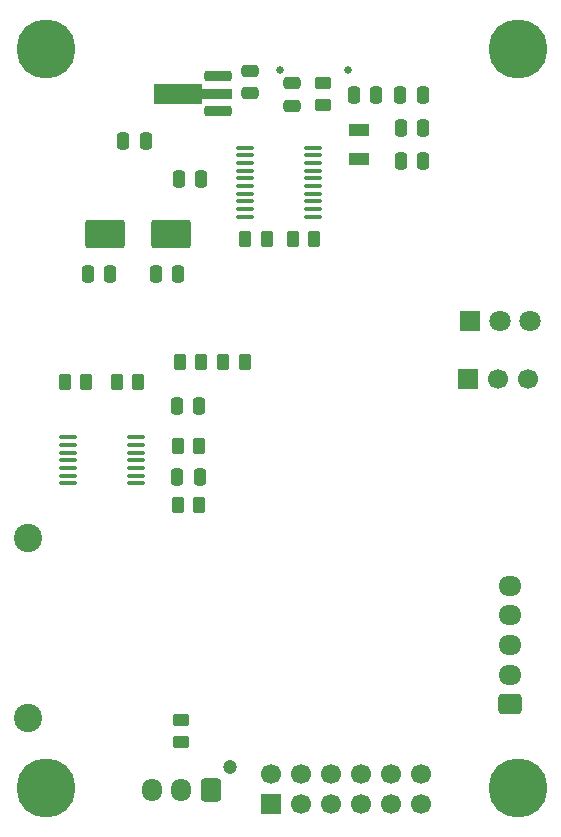
<source format=gbr>
%TF.GenerationSoftware,KiCad,Pcbnew,9.0.6*%
%TF.CreationDate,2025-12-09T07:01:58-08:00*%
%TF.ProjectId,bramble,6272616d-626c-4652-9e6b-696361645f70,rev?*%
%TF.SameCoordinates,Original*%
%TF.FileFunction,Soldermask,Bot*%
%TF.FilePolarity,Negative*%
%FSLAX46Y46*%
G04 Gerber Fmt 4.6, Leading zero omitted, Abs format (unit mm)*
G04 Created by KiCad (PCBNEW 9.0.6) date 2025-12-09 07:01:58*
%MOMM*%
%LPD*%
G01*
G04 APERTURE LIST*
G04 Aperture macros list*
%AMRoundRect*
0 Rectangle with rounded corners*
0 $1 Rounding radius*
0 $2 $3 $4 $5 $6 $7 $8 $9 X,Y pos of 4 corners*
0 Add a 4 corners polygon primitive as box body*
4,1,4,$2,$3,$4,$5,$6,$7,$8,$9,$2,$3,0*
0 Add four circle primitives for the rounded corners*
1,1,$1+$1,$2,$3*
1,1,$1+$1,$4,$5*
1,1,$1+$1,$6,$7*
1,1,$1+$1,$8,$9*
0 Add four rect primitives between the rounded corners*
20,1,$1+$1,$2,$3,$4,$5,0*
20,1,$1+$1,$4,$5,$6,$7,0*
20,1,$1+$1,$6,$7,$8,$9,0*
20,1,$1+$1,$8,$9,$2,$3,0*%
%AMFreePoly0*
4,1,9,5.362500,-0.866500,1.237500,-0.866500,1.237500,-0.450000,-1.237500,-0.450000,-1.237500,0.450000,1.237500,0.450000,1.237500,0.866500,5.362500,0.866500,5.362500,-0.866500,5.362500,-0.866500,$1*%
G04 Aperture macros list end*
%ADD10C,5.000000*%
%ADD11O,1.700000X1.950000*%
%ADD12RoundRect,0.250000X0.600000X0.725000X-0.600000X0.725000X-0.600000X-0.725000X0.600000X-0.725000X0*%
%ADD13C,1.200000*%
%ADD14C,1.800000*%
%ADD15R,1.800000X1.800000*%
%ADD16C,1.700000*%
%ADD17R,1.700000X1.700000*%
%ADD18C,0.650000*%
%ADD19O,1.950000X1.700000*%
%ADD20RoundRect,0.250000X0.725000X-0.600000X0.725000X0.600000X-0.725000X0.600000X-0.725000X-0.600000X0*%
%ADD21C,2.400000*%
%ADD22RoundRect,0.100000X0.637500X0.100000X-0.637500X0.100000X-0.637500X-0.100000X0.637500X-0.100000X0*%
%ADD23RoundRect,0.250000X-0.262500X-0.450000X0.262500X-0.450000X0.262500X0.450000X-0.262500X0.450000X0*%
%ADD24RoundRect,0.250000X0.262500X0.450000X-0.262500X0.450000X-0.262500X-0.450000X0.262500X-0.450000X0*%
%ADD25RoundRect,0.250000X-0.250000X-0.475000X0.250000X-0.475000X0.250000X0.475000X-0.250000X0.475000X0*%
%ADD26RoundRect,0.250001X1.412499X0.949999X-1.412499X0.949999X-1.412499X-0.949999X1.412499X-0.949999X0*%
%ADD27RoundRect,0.250000X0.250000X0.475000X-0.250000X0.475000X-0.250000X-0.475000X0.250000X-0.475000X0*%
%ADD28R,1.800000X1.000000*%
%ADD29RoundRect,0.225000X0.925000X0.225000X-0.925000X0.225000X-0.925000X-0.225000X0.925000X-0.225000X0*%
%ADD30FreePoly0,180.000000*%
%ADD31RoundRect,0.250000X-0.450000X0.262500X-0.450000X-0.262500X0.450000X-0.262500X0.450000X0.262500X0*%
%ADD32RoundRect,0.250000X-0.475000X0.250000X-0.475000X-0.250000X0.475000X-0.250000X0.475000X0.250000X0*%
%ADD33RoundRect,0.250000X0.450000X-0.262500X0.450000X0.262500X-0.450000X0.262500X-0.450000X-0.262500X0*%
G04 APERTURE END LIST*
D10*
%TO.C,U$3*%
X56750000Y-17000000D03*
%TD*%
%TO.C,U$2*%
X16750000Y-79500000D03*
%TD*%
D11*
%TO.C,J2*%
X25700000Y-79725000D03*
X28200000Y-79725000D03*
D12*
X30700000Y-79725000D03*
D13*
X32300000Y-77725000D03*
%TD*%
D14*
%TO.C,PMU_STATUS*%
X57740000Y-40000000D03*
X55200000Y-40000000D03*
D15*
X52660000Y-40000000D03*
%TD*%
D16*
%TO.C,J6*%
X48520000Y-78385000D03*
X48520000Y-80925000D03*
X45980000Y-78385000D03*
X45980000Y-80925000D03*
X43440000Y-78385000D03*
X43440000Y-80925000D03*
X40900000Y-78385000D03*
X40900000Y-80925000D03*
X38360000Y-78385000D03*
X38360000Y-80925000D03*
X35820000Y-78385000D03*
D17*
X35820000Y-80925000D03*
%TD*%
D10*
%TO.C,U$4*%
X16750000Y-17000000D03*
%TD*%
D18*
%TO.C,J4*%
X36560000Y-18775000D03*
X42340000Y-18775000D03*
%TD*%
D16*
%TO.C,J3*%
X57550000Y-44951250D03*
X55010000Y-44951250D03*
D17*
X52470000Y-44951250D03*
%TD*%
D19*
%TO.C,PMU_DEBUG*%
X56050000Y-62433750D03*
X56050000Y-64933750D03*
X56050000Y-67433750D03*
X56050000Y-69933750D03*
D20*
X56050000Y-72433750D03*
%TD*%
D10*
%TO.C,U$1*%
X56750000Y-79500000D03*
%TD*%
D21*
%TO.C,R8*%
X15200000Y-73620000D03*
X15200000Y-58380000D03*
%TD*%
D22*
%TO.C,U2*%
X18637500Y-49850000D03*
X18637500Y-50500000D03*
X18637500Y-51150000D03*
X18637500Y-51800000D03*
X18637500Y-52450000D03*
X18637500Y-53100000D03*
X18637500Y-53750000D03*
X24362500Y-53750000D03*
X24362500Y-53100000D03*
X24362500Y-52450000D03*
X24362500Y-51800000D03*
X24362500Y-51150000D03*
X24362500Y-50500000D03*
X24362500Y-49850000D03*
%TD*%
D23*
%TO.C,R10*%
X28087500Y-43500000D03*
X29912500Y-43500000D03*
%TD*%
D24*
%TO.C,R13*%
X39487500Y-33050000D03*
X37662500Y-33050000D03*
%TD*%
D25*
%TO.C,C7*%
X42800000Y-20825000D03*
X44700000Y-20825000D03*
%TD*%
D22*
%TO.C,U3*%
X39362500Y-25325000D03*
X39362500Y-25975000D03*
X39362500Y-26625000D03*
X39362500Y-27275000D03*
X39362500Y-27925000D03*
X39362500Y-28575000D03*
X39362500Y-29225000D03*
X39362500Y-29875000D03*
X39362500Y-30525000D03*
X39362500Y-31175000D03*
X33637500Y-31175000D03*
X33637500Y-30525000D03*
X33637500Y-29875000D03*
X33637500Y-29225000D03*
X33637500Y-28575000D03*
X33637500Y-27925000D03*
X33637500Y-27275000D03*
X33637500Y-26625000D03*
X33637500Y-25975000D03*
X33637500Y-25325000D03*
%TD*%
D26*
%TO.C,Y2*%
X27312500Y-32650000D03*
X21787500Y-32650000D03*
%TD*%
D25*
%TO.C,C3*%
X46780000Y-23676667D03*
X48680000Y-23676667D03*
%TD*%
%TO.C,TPS_C_OUT1*%
X27890000Y-53170000D03*
X29790000Y-53170000D03*
%TD*%
D24*
%TO.C,R12*%
X29742500Y-55610000D03*
X27917500Y-55610000D03*
%TD*%
D25*
%TO.C,C8*%
X46775000Y-20825000D03*
X48675000Y-20825000D03*
%TD*%
D27*
%TO.C,C10*%
X22200000Y-36000000D03*
X20300000Y-36000000D03*
%TD*%
D24*
%TO.C,R9*%
X33572500Y-43460000D03*
X31747500Y-43460000D03*
%TD*%
%TO.C,R11*%
X20172500Y-45200000D03*
X18347500Y-45200000D03*
%TD*%
D28*
%TO.C,Y1*%
X43225000Y-23802500D03*
X43225000Y-26302500D03*
%TD*%
D24*
%TO.C,R6*%
X24582500Y-45200000D03*
X22757500Y-45200000D03*
%TD*%
D29*
%TO.C,U4*%
X31337500Y-19250000D03*
D30*
X31250000Y-20750000D03*
D29*
X31337500Y-22250000D03*
%TD*%
D25*
%TO.C,C5*%
X23300000Y-24750000D03*
X25200000Y-24750000D03*
%TD*%
%TO.C,TPS_C_IN1*%
X27850000Y-47225000D03*
X29750000Y-47225000D03*
%TD*%
D24*
%TO.C,R14*%
X35462500Y-33075000D03*
X33637500Y-33075000D03*
%TD*%
D31*
%TO.C,R5*%
X28200000Y-73797500D03*
X28200000Y-75622500D03*
%TD*%
D32*
%TO.C,C6*%
X37600000Y-19870000D03*
X37600000Y-21770000D03*
%TD*%
D33*
%TO.C,R15*%
X40200000Y-21712500D03*
X40200000Y-19887500D03*
%TD*%
D25*
%TO.C,C1*%
X46780000Y-26478333D03*
X48680000Y-26478333D03*
%TD*%
D24*
%TO.C,R7*%
X29737500Y-50600000D03*
X27912500Y-50600000D03*
%TD*%
D32*
%TO.C,C4*%
X34000000Y-18800000D03*
X34000000Y-20700000D03*
%TD*%
D27*
%TO.C,C2*%
X29900000Y-28000000D03*
X28000000Y-28000000D03*
%TD*%
%TO.C,C11*%
X27950000Y-36000000D03*
X26050000Y-36000000D03*
%TD*%
M02*

</source>
